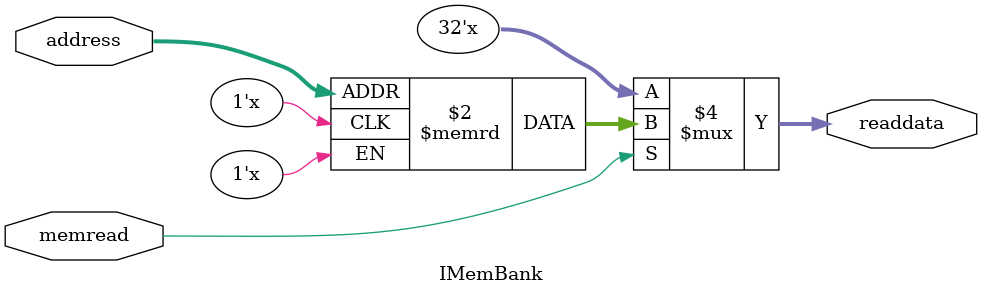
<source format=v>
module IMemBank(input memread, input [7:0] address, output reg [31:0] readdata);
 
  reg [31:0] mem_array [63:0];
  
 
  always@(memread, address, mem_array[address])
  begin
    if(memread)begin
      readdata=mem_array[address];
    end
  end

endmodule

</source>
